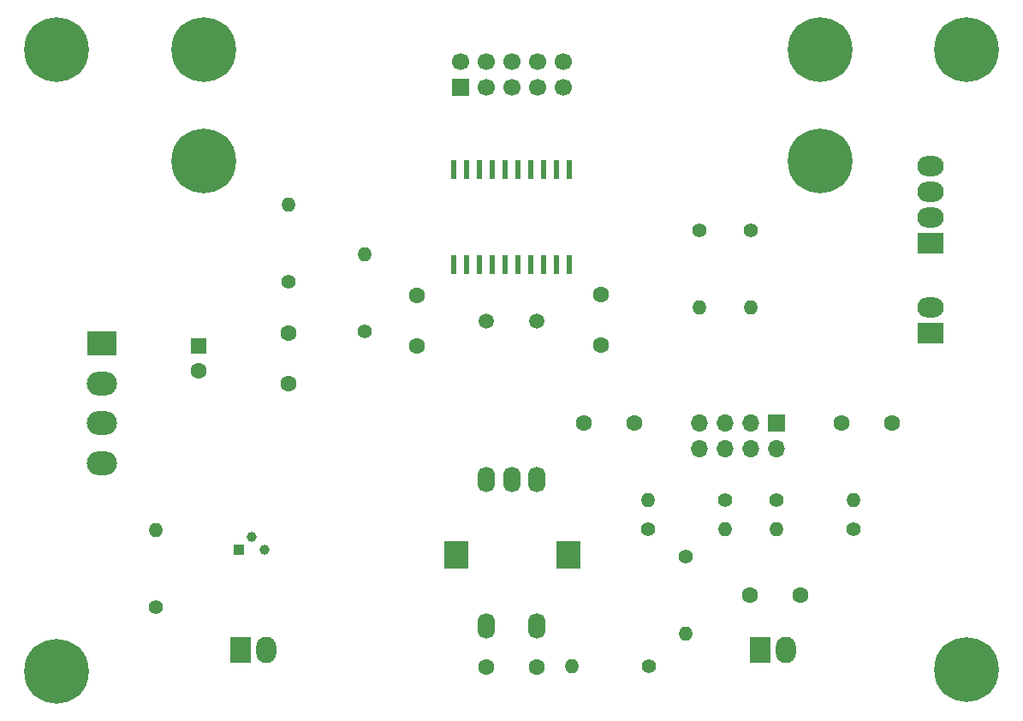
<source format=gbr>
G04 #@! TF.FileFunction,Soldermask,Bot*
%FSLAX46Y46*%
G04 Gerber Fmt 4.6, Leading zero omitted, Abs format (unit mm)*
G04 Created by KiCad (PCBNEW 4.0.7-e2-6376~58~ubuntu16.04.1) date Thu Nov 16 15:14:13 2017*
%MOMM*%
%LPD*%
G01*
G04 APERTURE LIST*
%ADD10C,0.100000*%
%ADD11R,3.000000X2.350000*%
%ADD12O,3.000000X2.350000*%
%ADD13C,1.500000*%
%ADD14C,1.400000*%
%ADD15O,1.400000X1.400000*%
%ADD16C,6.400000*%
%ADD17C,0.800000*%
%ADD18R,1.600000X1.600000*%
%ADD19C,1.600000*%
%ADD20R,1.700000X1.700000*%
%ADD21O,1.700000X1.700000*%
%ADD22R,2.000000X2.600000*%
%ADD23O,2.000000X2.600000*%
%ADD24R,2.600000X2.000000*%
%ADD25O,2.600000X2.000000*%
%ADD26C,1.000000*%
%ADD27R,1.000000X1.000000*%
%ADD28R,2.400000X2.800000*%
%ADD29O,1.720000X2.540000*%
%ADD30R,0.600000X1.950000*%
%ADD31C,1.700000*%
G04 APERTURE END LIST*
D10*
D11*
X99500000Y-74040000D03*
D12*
X99500000Y-78000000D03*
X99500000Y-81960000D03*
X99500000Y-85920000D03*
D13*
X137498000Y-71867000D03*
X142498000Y-71867000D03*
D14*
X117940000Y-67930000D03*
D15*
X117940000Y-60310000D03*
D16*
X95000000Y-45000000D03*
D17*
X97400000Y-45000000D03*
X96697056Y-46697056D03*
X95000000Y-47400000D03*
X93302944Y-46697056D03*
X92600000Y-45000000D03*
X93302944Y-43302944D03*
X95000000Y-42600000D03*
X96697056Y-43302944D03*
D16*
X185000000Y-45000000D03*
D17*
X187400000Y-45000000D03*
X186697056Y-46697056D03*
X185000000Y-47400000D03*
X183302944Y-46697056D03*
X182600000Y-45000000D03*
X183302944Y-43302944D03*
X185000000Y-42600000D03*
X186697056Y-43302944D03*
D16*
X185000000Y-106302944D03*
D17*
X187400000Y-106302944D03*
X186697056Y-108000000D03*
X185000000Y-108702944D03*
X183302944Y-108000000D03*
X182600000Y-106302944D03*
X183302944Y-104605888D03*
X185000000Y-103902944D03*
X186697056Y-104605888D03*
D16*
X95000000Y-106500000D03*
D17*
X97400000Y-106500000D03*
X96697056Y-108197056D03*
X95000000Y-108900000D03*
X93302944Y-108197056D03*
X92600000Y-106500000D03*
X93302944Y-104802944D03*
X95000000Y-104100000D03*
X96697056Y-104802944D03*
D16*
X109500000Y-45000000D03*
D17*
X111900000Y-45000000D03*
X111197056Y-46697056D03*
X109500000Y-47400000D03*
X107802944Y-46697056D03*
X107100000Y-45000000D03*
X107802944Y-43302944D03*
X109500000Y-42600000D03*
X111197056Y-43302944D03*
D16*
X170500000Y-45000000D03*
D17*
X172900000Y-45000000D03*
X172197056Y-46697056D03*
X170500000Y-47400000D03*
X168802944Y-46697056D03*
X168100000Y-45000000D03*
X168802944Y-43302944D03*
X170500000Y-42600000D03*
X172197056Y-43302944D03*
D16*
X109500000Y-56000000D03*
D17*
X111900000Y-56000000D03*
X111197056Y-57697056D03*
X109500000Y-58400000D03*
X107802944Y-57697056D03*
X107100000Y-56000000D03*
X107802944Y-54302944D03*
X109500000Y-53600000D03*
X111197056Y-54302944D03*
D16*
X170500000Y-56000000D03*
D17*
X172900000Y-56000000D03*
X172197056Y-57697056D03*
X170500000Y-58400000D03*
X168802944Y-57697056D03*
X168100000Y-56000000D03*
X168802944Y-54302944D03*
X170500000Y-53600000D03*
X172197056Y-54302944D03*
D18*
X109050000Y-74280000D03*
D19*
X109050000Y-76780000D03*
X148801000Y-74200000D03*
X148801000Y-69200000D03*
X117940000Y-73010000D03*
X117940000Y-78010000D03*
X130640000Y-74280000D03*
X130640000Y-69280000D03*
X147150000Y-81900000D03*
X152150000Y-81900000D03*
X177630000Y-81900000D03*
X172630000Y-81900000D03*
X142500000Y-106030000D03*
X137500000Y-106030000D03*
X163560000Y-98990000D03*
X168560000Y-98990000D03*
D20*
X166200000Y-81900000D03*
D21*
X166200000Y-84440000D03*
X163660000Y-81900000D03*
X163660000Y-84440000D03*
X161120000Y-81900000D03*
X161120000Y-84440000D03*
X158580000Y-81900000D03*
X158580000Y-84440000D03*
D22*
X113200000Y-104400000D03*
D23*
X115740000Y-104400000D03*
D24*
X181440000Y-73010000D03*
D25*
X181440000Y-70470000D03*
D24*
X181440000Y-64120000D03*
D25*
X181440000Y-61580000D03*
X181440000Y-59040000D03*
X181440000Y-56500000D03*
D22*
X164560000Y-104400000D03*
D23*
X167100000Y-104400000D03*
D26*
X114282400Y-93215700D03*
X115552400Y-94485700D03*
D27*
X113012400Y-94485700D03*
D14*
X161120000Y-89520000D03*
D15*
X153500000Y-89520000D03*
D14*
X166200000Y-89520000D03*
D15*
X173820000Y-89520000D03*
D14*
X163660000Y-62850000D03*
D15*
X163660000Y-70470000D03*
D14*
X158580000Y-62850000D03*
D15*
X158580000Y-70470000D03*
D14*
X153480000Y-92400000D03*
D15*
X161100000Y-92400000D03*
D14*
X125433000Y-72883000D03*
D15*
X125433000Y-65263000D03*
D14*
X173800000Y-92400000D03*
D15*
X166180000Y-92400000D03*
D14*
X104782800Y-100175300D03*
D15*
X104782800Y-92555300D03*
D14*
X153600000Y-106000000D03*
D15*
X145980000Y-106000000D03*
D14*
X157210000Y-95180000D03*
D15*
X157210000Y-102800000D03*
D28*
X134500000Y-95000000D03*
D29*
X137500000Y-87500000D03*
X140000000Y-87500000D03*
X142500000Y-87500000D03*
X137500000Y-102000000D03*
X142500000Y-102000000D03*
D28*
X145600000Y-95000000D03*
D30*
X145715000Y-66280000D03*
X144445000Y-66280000D03*
X143175000Y-66280000D03*
X141905000Y-66280000D03*
X140635000Y-66280000D03*
X139365000Y-66280000D03*
X138095000Y-66280000D03*
X136825000Y-66280000D03*
X135555000Y-66280000D03*
X134285000Y-66280000D03*
X134285000Y-56880000D03*
X135555000Y-56880000D03*
X136825000Y-56880000D03*
X138095000Y-56880000D03*
X139365000Y-56880000D03*
X140635000Y-56880000D03*
X141905000Y-56880000D03*
X143175000Y-56880000D03*
X144445000Y-56880000D03*
X145715000Y-56880000D03*
D20*
X134958000Y-48753000D03*
D31*
X134958000Y-46213000D03*
X137498000Y-48753000D03*
X137498000Y-46213000D03*
X140038000Y-48753000D03*
X140038000Y-46213000D03*
X142578000Y-48753000D03*
X142578000Y-46213000D03*
X145118000Y-48753000D03*
X145118000Y-46213000D03*
M02*

</source>
